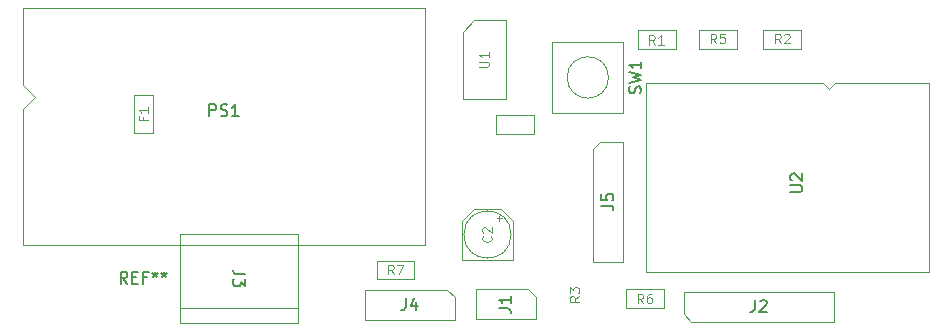
<source format=gbr>
G04 #@! TF.GenerationSoftware,KiCad,Pcbnew,(5.1.5-0-10_14)*
G04 #@! TF.CreationDate,2020-06-28T15:17:39+02:00*
G04 #@! TF.ProjectId,ESP8266-PowerMonitor,45535038-3236-4362-9d50-6f7765724d6f,rev?*
G04 #@! TF.SameCoordinates,Original*
G04 #@! TF.FileFunction,Other,Fab,Top*
%FSLAX46Y46*%
G04 Gerber Fmt 4.6, Leading zero omitted, Abs format (unit mm)*
G04 Created by KiCad (PCBNEW (5.1.5-0-10_14)) date 2020-06-28 15:17:39*
%MOMM*%
%LPD*%
G04 APERTURE LIST*
%ADD10C,0.100000*%
%ADD11C,0.120000*%
%ADD12C,0.150000*%
G04 APERTURE END LIST*
D10*
X156030000Y-102865000D02*
X156665000Y-102230000D01*
X156030000Y-112390000D02*
X156030000Y-102865000D01*
X158570000Y-112390000D02*
X156030000Y-112390000D01*
X158570000Y-102230000D02*
X158570000Y-112390000D01*
X156665000Y-102230000D02*
X158570000Y-102230000D01*
D11*
X184500000Y-97250000D02*
X184500000Y-113250000D01*
X184500000Y-113250000D02*
X160500000Y-113250000D01*
X160500000Y-113250000D02*
X160500000Y-97250000D01*
X160500000Y-97250000D02*
X175500000Y-97250000D01*
X175500000Y-97250000D02*
X176000000Y-97750000D01*
X176000000Y-97750000D02*
X176500000Y-97250000D01*
X176500000Y-97250000D02*
X184500000Y-97250000D01*
D10*
X163730000Y-116835000D02*
X163730000Y-114930000D01*
X163730000Y-114930000D02*
X176430000Y-114930000D01*
X176430000Y-114930000D02*
X176430000Y-117470000D01*
X176430000Y-117470000D02*
X164365000Y-117470000D01*
X164365000Y-117470000D02*
X163730000Y-116835000D01*
X159887500Y-94350000D02*
X159887500Y-92750000D01*
X159887500Y-92750000D02*
X163087500Y-92750000D01*
X163087500Y-92750000D02*
X163087500Y-94350000D01*
X163087500Y-94350000D02*
X159887500Y-94350000D01*
X173662500Y-94350000D02*
X170462500Y-94350000D01*
X173662500Y-92750000D02*
X173662500Y-94350000D01*
X170462500Y-92750000D02*
X173662500Y-92750000D01*
X170462500Y-94350000D02*
X170462500Y-92750000D01*
X168212500Y-92750000D02*
X168212500Y-94350000D01*
X168212500Y-94350000D02*
X165012500Y-94350000D01*
X165012500Y-94350000D02*
X165012500Y-92750000D01*
X165012500Y-92750000D02*
X168212500Y-92750000D01*
X162012500Y-116350000D02*
X158812500Y-116350000D01*
X162012500Y-114750000D02*
X162012500Y-116350000D01*
X158812500Y-114750000D02*
X162012500Y-114750000D01*
X158812500Y-116350000D02*
X158812500Y-114750000D01*
X158600000Y-93800000D02*
X152600000Y-93800000D01*
X152600000Y-93800000D02*
X152600000Y-99800000D01*
X152600000Y-99800000D02*
X158600000Y-99800000D01*
X158600000Y-99800000D02*
X158600000Y-93800000D01*
X157350714Y-96800000D02*
G75*
G03X157350714Y-96800000I-1750714J0D01*
G01*
X145000000Y-92950000D02*
X146000000Y-91950000D01*
X145000000Y-92950000D02*
X145000000Y-98650000D01*
X146000000Y-91950000D02*
X148700000Y-91950000D01*
X145000000Y-98650000D02*
X148700000Y-98650000D01*
X148700000Y-91950000D02*
X148700000Y-98650000D01*
X144320000Y-115415000D02*
X144320000Y-117320000D01*
X144320000Y-117320000D02*
X136700000Y-117320000D01*
X136700000Y-117320000D02*
X136700000Y-114780000D01*
X136700000Y-114780000D02*
X143685000Y-114780000D01*
X143685000Y-114780000D02*
X144320000Y-115415000D01*
X149100000Y-110100000D02*
G75*
G03X149100000Y-110100000I-2000000J0D01*
G01*
X149250000Y-112250000D02*
X144950000Y-112250000D01*
X149250000Y-108950000D02*
X149250000Y-112250000D01*
X144950000Y-108950000D02*
X144950000Y-112250000D01*
X148250000Y-107950000D02*
X145950000Y-107950000D01*
X148250000Y-107950000D02*
X149250000Y-108950000D01*
X145950000Y-107950000D02*
X144950000Y-108950000D01*
X148100000Y-108525227D02*
X148100000Y-108925227D01*
X148300000Y-108725227D02*
X147900000Y-108725227D01*
X151012500Y-101600000D02*
X147812500Y-101600000D01*
X151012500Y-100000000D02*
X151012500Y-101600000D01*
X147812500Y-100000000D02*
X151012500Y-100000000D01*
X147812500Y-101600000D02*
X147812500Y-100000000D01*
X151170000Y-115365000D02*
X151170000Y-117270000D01*
X151170000Y-117270000D02*
X146090000Y-117270000D01*
X146090000Y-117270000D02*
X146090000Y-114730000D01*
X146090000Y-114730000D02*
X150535000Y-114730000D01*
X150535000Y-114730000D02*
X151170000Y-115365000D01*
X140912500Y-113900000D02*
X137712500Y-113900000D01*
X140912500Y-112300000D02*
X140912500Y-113900000D01*
X137712500Y-112300000D02*
X140912500Y-112300000D01*
X137712500Y-113900000D02*
X137712500Y-112300000D01*
X117200000Y-98287500D02*
X118800000Y-98287500D01*
X118800000Y-98287500D02*
X118800000Y-101487500D01*
X118800000Y-101487500D02*
X117200000Y-101487500D01*
X117200000Y-101487500D02*
X117200000Y-98287500D01*
X121090000Y-116350000D02*
X130990000Y-116350000D01*
X121040000Y-110050000D02*
X121040000Y-117550000D01*
X121040000Y-117550000D02*
X131040000Y-117550000D01*
X131040000Y-117550000D02*
X131040000Y-110050000D01*
X131040000Y-110050000D02*
X121040000Y-110050000D01*
X107800000Y-110950000D02*
X141800000Y-110950000D01*
X141800000Y-110950000D02*
X141800000Y-90950000D01*
X107800000Y-110950000D02*
X107800000Y-99440000D01*
X107800000Y-90950000D02*
X141800000Y-90950000D01*
X108810000Y-98450000D02*
X107810000Y-99450000D01*
X107810000Y-97450000D02*
X108810000Y-98450000D01*
X107800000Y-97450000D02*
X107800000Y-90950000D01*
D12*
X116616666Y-114252380D02*
X116283333Y-113776190D01*
X116045238Y-114252380D02*
X116045238Y-113252380D01*
X116426190Y-113252380D01*
X116521428Y-113300000D01*
X116569047Y-113347619D01*
X116616666Y-113442857D01*
X116616666Y-113585714D01*
X116569047Y-113680952D01*
X116521428Y-113728571D01*
X116426190Y-113776190D01*
X116045238Y-113776190D01*
X117045238Y-113728571D02*
X117378571Y-113728571D01*
X117521428Y-114252380D02*
X117045238Y-114252380D01*
X117045238Y-113252380D01*
X117521428Y-113252380D01*
X118283333Y-113728571D02*
X117950000Y-113728571D01*
X117950000Y-114252380D02*
X117950000Y-113252380D01*
X118426190Y-113252380D01*
X118950000Y-113252380D02*
X118950000Y-113490476D01*
X118711904Y-113395238D02*
X118950000Y-113490476D01*
X119188095Y-113395238D01*
X118807142Y-113680952D02*
X118950000Y-113490476D01*
X119092857Y-113680952D01*
X119711904Y-113252380D02*
X119711904Y-113490476D01*
X119473809Y-113395238D02*
X119711904Y-113490476D01*
X119950000Y-113395238D01*
X119569047Y-113680952D02*
X119711904Y-113490476D01*
X119854761Y-113680952D01*
X156752380Y-107643333D02*
X157466666Y-107643333D01*
X157609523Y-107690952D01*
X157704761Y-107786190D01*
X157752380Y-107929047D01*
X157752380Y-108024285D01*
X156752380Y-106690952D02*
X156752380Y-107167142D01*
X157228571Y-107214761D01*
X157180952Y-107167142D01*
X157133333Y-107071904D01*
X157133333Y-106833809D01*
X157180952Y-106738571D01*
X157228571Y-106690952D01*
X157323809Y-106643333D01*
X157561904Y-106643333D01*
X157657142Y-106690952D01*
X157704761Y-106738571D01*
X157752380Y-106833809D01*
X157752380Y-107071904D01*
X157704761Y-107167142D01*
X157657142Y-107214761D01*
X172752380Y-106501904D02*
X173561904Y-106501904D01*
X173657142Y-106454285D01*
X173704761Y-106406666D01*
X173752380Y-106311428D01*
X173752380Y-106120952D01*
X173704761Y-106025714D01*
X173657142Y-105978095D01*
X173561904Y-105930476D01*
X172752380Y-105930476D01*
X172847619Y-105501904D02*
X172800000Y-105454285D01*
X172752380Y-105359047D01*
X172752380Y-105120952D01*
X172800000Y-105025714D01*
X172847619Y-104978095D01*
X172942857Y-104930476D01*
X173038095Y-104930476D01*
X173180952Y-104978095D01*
X173752380Y-105549523D01*
X173752380Y-104930476D01*
X169746666Y-115652380D02*
X169746666Y-116366666D01*
X169699047Y-116509523D01*
X169603809Y-116604761D01*
X169460952Y-116652380D01*
X169365714Y-116652380D01*
X170175238Y-115747619D02*
X170222857Y-115700000D01*
X170318095Y-115652380D01*
X170556190Y-115652380D01*
X170651428Y-115700000D01*
X170699047Y-115747619D01*
X170746666Y-115842857D01*
X170746666Y-115938095D01*
X170699047Y-116080952D01*
X170127619Y-116652380D01*
X170746666Y-116652380D01*
D11*
X161266666Y-94011904D02*
X161000000Y-93630952D01*
X160809523Y-94011904D02*
X160809523Y-93211904D01*
X161114285Y-93211904D01*
X161190476Y-93250000D01*
X161228571Y-93288095D01*
X161266666Y-93364285D01*
X161266666Y-93478571D01*
X161228571Y-93554761D01*
X161190476Y-93592857D01*
X161114285Y-93630952D01*
X160809523Y-93630952D01*
X162028571Y-94011904D02*
X161571428Y-94011904D01*
X161800000Y-94011904D02*
X161800000Y-93211904D01*
X161723809Y-93326190D01*
X161647619Y-93402380D01*
X161571428Y-93440476D01*
X171929166Y-93911904D02*
X171662500Y-93530952D01*
X171472023Y-93911904D02*
X171472023Y-93111904D01*
X171776785Y-93111904D01*
X171852976Y-93150000D01*
X171891071Y-93188095D01*
X171929166Y-93264285D01*
X171929166Y-93378571D01*
X171891071Y-93454761D01*
X171852976Y-93492857D01*
X171776785Y-93530952D01*
X171472023Y-93530952D01*
X172233928Y-93188095D02*
X172272023Y-93150000D01*
X172348214Y-93111904D01*
X172538690Y-93111904D01*
X172614880Y-93150000D01*
X172652976Y-93188095D01*
X172691071Y-93264285D01*
X172691071Y-93340476D01*
X172652976Y-93454761D01*
X172195833Y-93911904D01*
X172691071Y-93911904D01*
X154861904Y-115333333D02*
X154480952Y-115600000D01*
X154861904Y-115790476D02*
X154061904Y-115790476D01*
X154061904Y-115485714D01*
X154100000Y-115409523D01*
X154138095Y-115371428D01*
X154214285Y-115333333D01*
X154328571Y-115333333D01*
X154404761Y-115371428D01*
X154442857Y-115409523D01*
X154480952Y-115485714D01*
X154480952Y-115790476D01*
X154061904Y-115066666D02*
X154061904Y-114571428D01*
X154366666Y-114838095D01*
X154366666Y-114723809D01*
X154404761Y-114647619D01*
X154442857Y-114609523D01*
X154519047Y-114571428D01*
X154709523Y-114571428D01*
X154785714Y-114609523D01*
X154823809Y-114647619D01*
X154861904Y-114723809D01*
X154861904Y-114952380D01*
X154823809Y-115028571D01*
X154785714Y-115066666D01*
X166479166Y-93911904D02*
X166212500Y-93530952D01*
X166022023Y-93911904D02*
X166022023Y-93111904D01*
X166326785Y-93111904D01*
X166402976Y-93150000D01*
X166441071Y-93188095D01*
X166479166Y-93264285D01*
X166479166Y-93378571D01*
X166441071Y-93454761D01*
X166402976Y-93492857D01*
X166326785Y-93530952D01*
X166022023Y-93530952D01*
X167202976Y-93111904D02*
X166822023Y-93111904D01*
X166783928Y-93492857D01*
X166822023Y-93454761D01*
X166898214Y-93416666D01*
X167088690Y-93416666D01*
X167164880Y-93454761D01*
X167202976Y-93492857D01*
X167241071Y-93569047D01*
X167241071Y-93759523D01*
X167202976Y-93835714D01*
X167164880Y-93873809D01*
X167088690Y-93911904D01*
X166898214Y-93911904D01*
X166822023Y-93873809D01*
X166783928Y-93835714D01*
X160279166Y-115911904D02*
X160012500Y-115530952D01*
X159822023Y-115911904D02*
X159822023Y-115111904D01*
X160126785Y-115111904D01*
X160202976Y-115150000D01*
X160241071Y-115188095D01*
X160279166Y-115264285D01*
X160279166Y-115378571D01*
X160241071Y-115454761D01*
X160202976Y-115492857D01*
X160126785Y-115530952D01*
X159822023Y-115530952D01*
X160964880Y-115111904D02*
X160812500Y-115111904D01*
X160736309Y-115150000D01*
X160698214Y-115188095D01*
X160622023Y-115302380D01*
X160583928Y-115454761D01*
X160583928Y-115759523D01*
X160622023Y-115835714D01*
X160660119Y-115873809D01*
X160736309Y-115911904D01*
X160888690Y-115911904D01*
X160964880Y-115873809D01*
X161002976Y-115835714D01*
X161041071Y-115759523D01*
X161041071Y-115569047D01*
X161002976Y-115492857D01*
X160964880Y-115454761D01*
X160888690Y-115416666D01*
X160736309Y-115416666D01*
X160660119Y-115454761D01*
X160622023Y-115492857D01*
X160583928Y-115569047D01*
D12*
X160054761Y-98133333D02*
X160102380Y-97990476D01*
X160102380Y-97752380D01*
X160054761Y-97657142D01*
X160007142Y-97609523D01*
X159911904Y-97561904D01*
X159816666Y-97561904D01*
X159721428Y-97609523D01*
X159673809Y-97657142D01*
X159626190Y-97752380D01*
X159578571Y-97942857D01*
X159530952Y-98038095D01*
X159483333Y-98085714D01*
X159388095Y-98133333D01*
X159292857Y-98133333D01*
X159197619Y-98085714D01*
X159150000Y-98038095D01*
X159102380Y-97942857D01*
X159102380Y-97704761D01*
X159150000Y-97561904D01*
X159102380Y-97228571D02*
X160102380Y-96990476D01*
X159388095Y-96800000D01*
X160102380Y-96609523D01*
X159102380Y-96371428D01*
X160102380Y-95466666D02*
X160102380Y-96038095D01*
X160102380Y-95752380D02*
X159102380Y-95752380D01*
X159245238Y-95847619D01*
X159340476Y-95942857D01*
X159388095Y-96038095D01*
D11*
X146411904Y-95909523D02*
X147059523Y-95909523D01*
X147135714Y-95871428D01*
X147173809Y-95833333D01*
X147211904Y-95757142D01*
X147211904Y-95604761D01*
X147173809Y-95528571D01*
X147135714Y-95490476D01*
X147059523Y-95452380D01*
X146411904Y-95452380D01*
X147211904Y-94652380D02*
X147211904Y-95109523D01*
X147211904Y-94880952D02*
X146411904Y-94880952D01*
X146526190Y-94957142D01*
X146602380Y-95033333D01*
X146640476Y-95109523D01*
D12*
X140176666Y-115502380D02*
X140176666Y-116216666D01*
X140129047Y-116359523D01*
X140033809Y-116454761D01*
X139890952Y-116502380D01*
X139795714Y-116502380D01*
X141081428Y-115835714D02*
X141081428Y-116502380D01*
X140843333Y-115454761D02*
X140605238Y-116169047D01*
X141224285Y-116169047D01*
D11*
X147385714Y-110233333D02*
X147423809Y-110271428D01*
X147461904Y-110385714D01*
X147461904Y-110461904D01*
X147423809Y-110576190D01*
X147347619Y-110652380D01*
X147271428Y-110690476D01*
X147119047Y-110728571D01*
X147004761Y-110728571D01*
X146852380Y-110690476D01*
X146776190Y-110652380D01*
X146700000Y-110576190D01*
X146661904Y-110461904D01*
X146661904Y-110385714D01*
X146700000Y-110271428D01*
X146738095Y-110233333D01*
X146738095Y-109928571D02*
X146700000Y-109890476D01*
X146661904Y-109814285D01*
X146661904Y-109623809D01*
X146700000Y-109547619D01*
X146738095Y-109509523D01*
X146814285Y-109471428D01*
X146890476Y-109471428D01*
X147004761Y-109509523D01*
X147461904Y-109966666D01*
X147461904Y-109471428D01*
D12*
X148082380Y-116333333D02*
X148796666Y-116333333D01*
X148939523Y-116380952D01*
X149034761Y-116476190D01*
X149082380Y-116619047D01*
X149082380Y-116714285D01*
X149082380Y-115333333D02*
X149082380Y-115904761D01*
X149082380Y-115619047D02*
X148082380Y-115619047D01*
X148225238Y-115714285D01*
X148320476Y-115809523D01*
X148368095Y-115904761D01*
D11*
X139179166Y-113461904D02*
X138912500Y-113080952D01*
X138722023Y-113461904D02*
X138722023Y-112661904D01*
X139026785Y-112661904D01*
X139102976Y-112700000D01*
X139141071Y-112738095D01*
X139179166Y-112814285D01*
X139179166Y-112928571D01*
X139141071Y-113004761D01*
X139102976Y-113042857D01*
X139026785Y-113080952D01*
X138722023Y-113080952D01*
X139445833Y-112661904D02*
X139979166Y-112661904D01*
X139636309Y-113461904D01*
X117942857Y-100154166D02*
X117942857Y-100420833D01*
X118361904Y-100420833D02*
X117561904Y-100420833D01*
X117561904Y-100039880D01*
X118361904Y-99316071D02*
X118361904Y-99773214D01*
X118361904Y-99544642D02*
X117561904Y-99544642D01*
X117676190Y-99620833D01*
X117752380Y-99697023D01*
X117790476Y-99773214D01*
D12*
X126587619Y-113466666D02*
X125873333Y-113466666D01*
X125730476Y-113419047D01*
X125635238Y-113323809D01*
X125587619Y-113180952D01*
X125587619Y-113085714D01*
X126587619Y-113847619D02*
X126587619Y-114466666D01*
X126206666Y-114133333D01*
X126206666Y-114276190D01*
X126159047Y-114371428D01*
X126111428Y-114419047D01*
X126016190Y-114466666D01*
X125778095Y-114466666D01*
X125682857Y-114419047D01*
X125635238Y-114371428D01*
X125587619Y-114276190D01*
X125587619Y-113990476D01*
X125635238Y-113895238D01*
X125682857Y-113847619D01*
X123565714Y-100072380D02*
X123565714Y-99072380D01*
X123946666Y-99072380D01*
X124041904Y-99120000D01*
X124089523Y-99167619D01*
X124137142Y-99262857D01*
X124137142Y-99405714D01*
X124089523Y-99500952D01*
X124041904Y-99548571D01*
X123946666Y-99596190D01*
X123565714Y-99596190D01*
X124518095Y-100024761D02*
X124660952Y-100072380D01*
X124899047Y-100072380D01*
X124994285Y-100024761D01*
X125041904Y-99977142D01*
X125089523Y-99881904D01*
X125089523Y-99786666D01*
X125041904Y-99691428D01*
X124994285Y-99643809D01*
X124899047Y-99596190D01*
X124708571Y-99548571D01*
X124613333Y-99500952D01*
X124565714Y-99453333D01*
X124518095Y-99358095D01*
X124518095Y-99262857D01*
X124565714Y-99167619D01*
X124613333Y-99120000D01*
X124708571Y-99072380D01*
X124946666Y-99072380D01*
X125089523Y-99120000D01*
X126041904Y-100072380D02*
X125470476Y-100072380D01*
X125756190Y-100072380D02*
X125756190Y-99072380D01*
X125660952Y-99215238D01*
X125565714Y-99310476D01*
X125470476Y-99358095D01*
M02*

</source>
